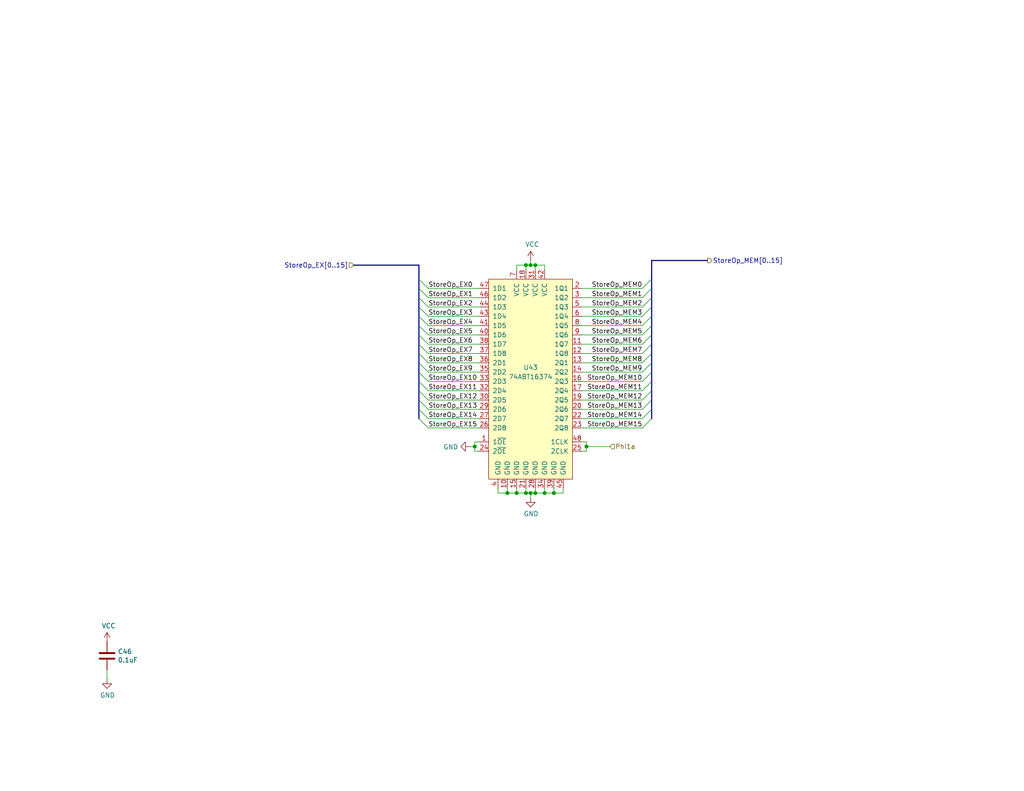
<source format=kicad_sch>
(kicad_sch (version 20230121) (generator eeschema)
  (paper "USLetter")
  (title_block (title "EX/MEM: Store Operand Register") (date "2023-11-20") (rev "A"))
  (lib_symbols
    (symbol "74xx (kicad5):74ABT16374" (pin_names (offset 1.016))
      (property "Reference" "U" (at 0 1.27 0))
      (property "Value" "74ABT16374" (at 0 -1.27 0))
      (symbol "74ABT16374_0_0"
        (pin input line (at -13.97 -20.32 0) (length 2.54) (name "1~{OE}") (number "1"))
        (pin power_in line (at -6.35 -33.02 90) (length 2.54) (name "GND") (number "10"))
        (pin tri_state line (at 13.97 6.35 180) (length 2.54) (name "1Q7") (number "11"))
        (pin tri_state line (at 13.97 3.81 180) (length 2.54) (name "1Q8") (number "12"))
        (pin tri_state line (at 13.97 1.27 180) (length 2.54) (name "2Q1") (number "13"))
        (pin tri_state line (at 13.97 -1.27 180) (length 2.54) (name "2Q2") (number "14"))
        (pin power_in line (at -3.81 -33.02 90) (length 2.54) (name "GND") (number "15"))
        (pin tri_state line (at 13.97 -3.81 180) (length 2.54) (name "2Q3") (number "16"))
        (pin tri_state line (at 13.97 -6.35 180) (length 2.54) (name "2Q4") (number "17"))
        (pin power_in line (at -1.27 26.67 270) (length 2.54) (name "VCC") (number "18"))
        (pin tri_state line (at 13.97 -8.89 180) (length 2.54) (name "2Q5") (number "19"))
        (pin tri_state line (at 13.97 21.59 180) (length 2.54) (name "1Q1") (number "2"))
        (pin tri_state line (at 13.97 -11.43 180) (length 2.54) (name "2Q6") (number "20"))
        (pin power_in line (at -1.27 -33.02 90) (length 2.54) (name "GND") (number "21"))
        (pin tri_state line (at 13.97 -13.97 180) (length 2.54) (name "2Q7") (number "22"))
        (pin tri_state line (at 13.97 -16.51 180) (length 2.54) (name "2Q8") (number "23"))
        (pin input line (at -13.97 -22.86 0) (length 2.54) (name "2~{OE}") (number "24"))
        (pin input line (at 13.97 -22.86 180) (length 2.54) (name "2CLK") (number "25"))
        (pin input line (at -13.97 -16.51 0) (length 2.54) (name "2D8") (number "26"))
        (pin input line (at -13.97 -13.97 0) (length 2.54) (name "2D7") (number "27"))
        (pin power_in line (at 1.27 -33.02 90) (length 2.54) (name "GND") (number "28"))
        (pin input line (at -13.97 -11.43 0) (length 2.54) (name "2D6") (number "29"))
        (pin tri_state line (at 13.97 19.05 180) (length 2.54) (name "1Q2") (number "3"))
        (pin input line (at -13.97 -8.89 0) (length 2.54) (name "2D5") (number "30"))
        (pin power_in line (at 1.27 26.67 270) (length 2.54) (name "VCC") (number "31"))
        (pin input line (at -13.97 -6.35 0) (length 2.54) (name "2D4") (number "32"))
        (pin input line (at -13.97 -3.81 0) (length 2.54) (name "2D3") (number "33"))
        (pin power_in line (at 3.81 -33.02 90) (length 2.54) (name "GND") (number "34"))
        (pin input line (at -13.97 -1.27 0) (length 2.54) (name "2D2") (number "35"))
        (pin input line (at -13.97 1.27 0) (length 2.54) (name "2D1") (number "36"))
        (pin input line (at -13.97 3.81 0) (length 2.54) (name "1D8") (number "37"))
        (pin input line (at -13.97 6.35 0) (length 2.54) (name "1D7") (number "38"))
        (pin power_in line (at 6.35 -33.02 90) (length 2.54) (name "GND") (number "39"))
        (pin power_in line (at -8.89 -33.02 90) (length 2.54) (name "GND") (number "4"))
        (pin input line (at -13.97 8.89 0) (length 2.54) (name "1D6") (number "40"))
        (pin input line (at -13.97 11.43 0) (length 2.54) (name "1D5") (number "41"))
        (pin power_in line (at 3.81 26.67 270) (length 2.54) (name "VCC") (number "42"))
        (pin input line (at -13.97 13.97 0) (length 2.54) (name "1D4") (number "43"))
        (pin input line (at -13.97 16.51 0) (length 2.54) (name "1D3") (number "44"))
        (pin power_in line (at 8.89 -33.02 90) (length 2.54) (name "GND") (number "45"))
        (pin input line (at -13.97 19.05 0) (length 2.54) (name "1D2") (number "46"))
        (pin input line (at -13.97 21.59 0) (length 2.54) (name "1D1") (number "47"))
        (pin input line (at 13.97 -20.32 180) (length 2.54) (name "1CLK") (number "48"))
        (pin tri_state line (at 13.97 16.51 180) (length 2.54) (name "1Q3") (number "5"))
        (pin tri_state line (at 13.97 13.97 180) (length 2.54) (name "1Q4") (number "6"))
        (pin power_in line (at -3.81 26.67 270) (length 2.54) (name "VCC") (number "7"))
        (pin tri_state line (at 13.97 11.43 180) (length 2.54) (name "1Q5") (number "8"))
        (pin tri_state line (at 13.97 8.89 180) (length 2.54) (name "1Q6") (number "9"))
      )
      (symbol "74ABT16374_0_1"
        (rectangle (start -11.43 24.13) (end 11.43 -30.48) (fill (type background)))
      )
    )
    (symbol "Device:C" (pin_numbers hide) (pin_names (offset 0.254))
      (property "Reference" "C" (at 0.635 2.54 0))
      (property "Value" "C" (at 0.635 -2.54 0))
      (symbol "C_0_1"
        (polyline (pts (xy -2.032 -0.762) (xy 2.032 -0.762)) (stroke (width 0.508)))
        (polyline (pts (xy -2.032 0.762) (xy 2.032 0.762)) (stroke (width 0.508)))
      )
      (symbol "C_1_1"
        (pin passive line (at 0 3.81 270) (length 2.794) (name "~") (number "1"))
        (pin passive line (at 0 -3.81 90) (length 2.794) (name "~") (number "2"))
      )
    )
    (symbol "power:GND" (power) (pin_names (offset 0))
      (property "Value" "GND" (at 0 -3.81 0))
      (symbol "GND_0_1"
        (polyline (pts (xy 0 0) (xy 0 -1.27) (xy 1.27 -1.27) (xy 0 -2.54) (xy -1.27 -1.27) (xy 0 -1.27)))
      )
      (symbol "GND_1_1"
        (pin power_in line (at 0 0 270) (length 0) hide (name "GND") (number "1"))
      )
    )
    (symbol "power:VCC" (power) (pin_names (offset 0))
      (property "Value" "VCC" (at 0 3.81 0))
      (symbol "VCC_0_1"
        (polyline (pts (xy -0.762 1.27) (xy 0 2.54)))
        (polyline (pts (xy 0 0) (xy 0 2.54)))
        (polyline (pts (xy 0 2.54) (xy 0.762 1.27)))
      )
      (symbol "VCC_1_1"
        (pin power_in line (at 0 0 90) (length 0) hide (name "VCC") (number "1"))
      )
    )
  )
  (junction (at 144.78 72.39))
  (junction (at 143.51 134.62))
  (junction (at 144.78 134.62))
  (junction (at 138.43 134.62))
  (junction (at 160.02 121.92))
  (junction (at 143.51 72.39))
  (junction (at 146.05 72.39))
  (junction (at 151.13 134.62))
  (junction (at 129.54 121.92))
  (junction (at 140.97 134.62))
  (junction (at 148.59 134.62))
  (junction (at 146.05 134.62))
  (bus_entry (at 114.3 78.74) (size 2.54 2.54))
  (bus_entry (at 114.3 76.2) (size 2.54 2.54))
  (bus_entry (at 114.3 91.44) (size 2.54 2.54))
  (bus_entry (at 114.3 114.3) (size 2.54 2.54))
  (bus_entry (at 177.8 106.68) (size -2.54 2.54))
  (bus_entry (at 114.3 111.76) (size 2.54 2.54))
  (bus_entry (at 114.3 109.22) (size 2.54 2.54))
  (bus_entry (at 114.3 88.9) (size 2.54 2.54))
  (bus_entry (at 114.3 96.52) (size 2.54 2.54))
  (bus_entry (at 177.8 88.9) (size -2.54 2.54))
  (bus_entry (at 114.3 101.6) (size 2.54 2.54))
  (bus_entry (at 177.8 86.36) (size -2.54 2.54))
  (bus_entry (at 177.8 96.52) (size -2.54 2.54))
  (bus_entry (at 114.3 99.06) (size 2.54 2.54))
  (bus_entry (at 114.3 83.82) (size 2.54 2.54))
  (bus_entry (at 177.8 76.2) (size -2.54 2.54))
  (bus_entry (at 114.3 104.14) (size 2.54 2.54))
  (bus_entry (at 177.8 83.82) (size -2.54 2.54))
  (bus_entry (at 177.8 109.22) (size -2.54 2.54))
  (bus_entry (at 177.8 114.3) (size -2.54 2.54))
  (bus_entry (at 177.8 99.06) (size -2.54 2.54))
  (bus_entry (at 114.3 81.28) (size 2.54 2.54))
  (bus_entry (at 114.3 93.98) (size 2.54 2.54))
  (bus_entry (at 177.8 101.6) (size -2.54 2.54))
  (bus_entry (at 177.8 104.14) (size -2.54 2.54))
  (bus_entry (at 177.8 91.44) (size -2.54 2.54))
  (bus_entry (at 114.3 86.36) (size 2.54 2.54))
  (bus_entry (at 177.8 111.76) (size -2.54 2.54))
  (bus_entry (at 177.8 93.98) (size -2.54 2.54))
  (bus_entry (at 177.8 81.28) (size -2.54 2.54))
  (bus_entry (at 177.8 78.74) (size -2.54 2.54))
  (bus_entry (at 114.3 106.68) (size 2.54 2.54))
  (wire (pts (xy 116.84 111.76) (xy 130.81 111.76)))
  (wire (pts (xy 138.43 134.62) (xy 140.97 134.62)))
  (wire (pts (xy 175.26 114.3) (xy 158.75 114.3)))
  (wire (pts (xy 116.84 81.28) (xy 130.81 81.28)))
  (wire (pts (xy 140.97 72.39) (xy 143.51 72.39)))
  (bus (pts (xy 177.8 78.74) (xy 177.8 81.28)))
  (wire (pts (xy 175.26 109.22) (xy 158.75 109.22)))
  (bus (pts (xy 177.8 101.6) (xy 177.8 104.14)))
  (wire (pts (xy 143.51 133.35) (xy 143.51 134.62)))
  (bus (pts (xy 177.8 96.52) (xy 177.8 99.06)))
  (wire (pts (xy 146.05 133.35) (xy 146.05 134.62)))
  (wire (pts (xy 143.51 73.66) (xy 143.51 72.39)))
  (bus (pts (xy 177.8 91.44) (xy 177.8 93.98)))
  (bus (pts (xy 114.3 81.28) (xy 114.3 83.82)))
  (wire (pts (xy 143.51 72.39) (xy 144.78 72.39)))
  (wire (pts (xy 116.84 93.98) (xy 130.81 93.98)))
  (wire (pts (xy 175.26 96.52) (xy 158.75 96.52)))
  (bus (pts (xy 114.3 86.36) (xy 114.3 88.9)))
  (wire (pts (xy 116.84 104.14) (xy 130.81 104.14)))
  (wire (pts (xy 140.97 134.62) (xy 143.51 134.62)))
  (wire (pts (xy 144.78 72.39) (xy 146.05 72.39)))
  (bus (pts (xy 177.8 71.12) (xy 177.8 76.2)))
  (wire (pts (xy 146.05 134.62) (xy 148.59 134.62)))
  (wire (pts (xy 135.89 133.35) (xy 135.89 134.62)))
  (bus (pts (xy 114.3 104.14) (xy 114.3 106.68)))
  (wire (pts (xy 116.84 86.36) (xy 130.81 86.36)))
  (wire (pts (xy 143.51 134.62) (xy 144.78 134.62)))
  (wire (pts (xy 144.78 71.12) (xy 144.78 72.39)))
  (bus (pts (xy 114.3 83.82) (xy 114.3 86.36)))
  (wire (pts (xy 160.02 121.92) (xy 166.37 121.92)))
  (wire (pts (xy 116.84 106.68) (xy 130.81 106.68)))
  (wire (pts (xy 160.02 120.65) (xy 160.02 121.92)))
  (wire (pts (xy 160.02 121.92) (xy 160.02 123.19)))
  (wire (pts (xy 135.89 134.62) (xy 138.43 134.62)))
  (wire (pts (xy 175.26 91.44) (xy 158.75 91.44)))
  (bus (pts (xy 114.3 88.9) (xy 114.3 91.44)))
  (wire (pts (xy 175.26 116.84) (xy 158.75 116.84)))
  (bus (pts (xy 177.8 111.76) (xy 177.8 114.3)))
  (wire (pts (xy 138.43 133.35) (xy 138.43 134.62)))
  (bus (pts (xy 177.8 99.06) (xy 177.8 101.6)))
  (wire (pts (xy 116.84 109.22) (xy 130.81 109.22)))
  (bus (pts (xy 177.8 76.2) (xy 177.8 78.74)))
  (wire (pts (xy 153.67 134.62) (xy 153.67 133.35)))
  (wire (pts (xy 129.54 121.92) (xy 129.54 123.19)))
  (wire (pts (xy 116.84 96.52) (xy 130.81 96.52)))
  (wire (pts (xy 146.05 72.39) (xy 148.59 72.39)))
  (wire (pts (xy 140.97 73.66) (xy 140.97 72.39)))
  (wire (pts (xy 151.13 134.62) (xy 153.67 134.62)))
  (wire (pts (xy 175.26 106.68) (xy 158.75 106.68)))
  (wire (pts (xy 151.13 133.35) (xy 151.13 134.62)))
  (wire (pts (xy 144.78 134.62) (xy 144.78 135.89)))
  (bus (pts (xy 114.3 72.39) (xy 114.3 76.2)))
  (bus (pts (xy 114.3 109.22) (xy 114.3 111.76)))
  (wire (pts (xy 116.84 83.82) (xy 130.81 83.82)))
  (wire (pts (xy 129.54 121.92) (xy 128.27 121.92)))
  (bus (pts (xy 177.8 106.68) (xy 177.8 109.22)))
  (bus (pts (xy 114.3 111.76) (xy 114.3 114.3)))
  (wire (pts (xy 148.59 72.39) (xy 148.59 73.66)))
  (bus (pts (xy 114.3 78.74) (xy 114.3 81.28)))
  (wire (pts (xy 175.26 78.74) (xy 158.75 78.74)))
  (wire (pts (xy 175.26 101.6) (xy 158.75 101.6)))
  (wire (pts (xy 175.26 111.76) (xy 158.75 111.76)))
  (bus (pts (xy 177.8 83.82) (xy 177.8 86.36)))
  (wire (pts (xy 116.84 91.44) (xy 130.81 91.44)))
  (bus (pts (xy 114.3 106.68) (xy 114.3 109.22)))
  (wire (pts (xy 160.02 123.19) (xy 158.75 123.19)))
  (bus (pts (xy 114.3 91.44) (xy 114.3 93.98)))
  (wire (pts (xy 140.97 133.35) (xy 140.97 134.62)))
  (bus (pts (xy 177.8 88.9) (xy 177.8 91.44)))
  (wire (pts (xy 129.54 120.65) (xy 129.54 121.92)))
  (wire (pts (xy 116.84 101.6) (xy 130.81 101.6)))
  (wire (pts (xy 175.26 104.14) (xy 158.75 104.14)))
  (wire (pts (xy 130.81 120.65) (xy 129.54 120.65)))
  (wire (pts (xy 148.59 134.62) (xy 151.13 134.62)))
  (bus (pts (xy 177.8 93.98) (xy 177.8 96.52)))
  (wire (pts (xy 29.21 185.42) (xy 29.21 182.88)))
  (bus (pts (xy 177.8 86.36) (xy 177.8 88.9)))
  (bus (pts (xy 114.3 76.2) (xy 114.3 78.74)))
  (bus (pts (xy 96.52 72.39) (xy 114.3 72.39)))
  (wire (pts (xy 175.26 81.28) (xy 158.75 81.28)))
  (bus (pts (xy 177.8 81.28) (xy 177.8 83.82)))
  (wire (pts (xy 146.05 73.66) (xy 146.05 72.39)))
  (wire (pts (xy 129.54 123.19) (xy 130.81 123.19)))
  (bus (pts (xy 193.04 71.12) (xy 177.8 71.12)))
  (bus (pts (xy 114.3 99.06) (xy 114.3 101.6)))
  (bus (pts (xy 114.3 93.98) (xy 114.3 96.52)))
  (bus (pts (xy 114.3 96.52) (xy 114.3 99.06)))
  (wire (pts (xy 116.84 88.9) (xy 130.81 88.9)))
  (bus (pts (xy 177.8 109.22) (xy 177.8 111.76)))
  (wire (pts (xy 144.78 134.62) (xy 146.05 134.62)))
  (wire (pts (xy 116.84 116.84) (xy 130.81 116.84)))
  (wire (pts (xy 175.26 88.9) (xy 158.75 88.9)))
  (wire (pts (xy 148.59 133.35) (xy 148.59 134.62)))
  (wire (pts (xy 175.26 86.36) (xy 158.75 86.36)))
  (bus (pts (xy 114.3 101.6) (xy 114.3 104.14)))
  (wire (pts (xy 175.26 83.82) (xy 158.75 83.82)))
  (wire (pts (xy 116.84 99.06) (xy 130.81 99.06)))
  (wire (pts (xy 116.84 78.74) (xy 130.81 78.74)))
  (wire (pts (xy 158.75 120.65) (xy 160.02 120.65)))
  (wire (pts (xy 116.84 114.3) (xy 130.81 114.3)))
  (wire (pts (xy 175.26 99.06) (xy 158.75 99.06)))
  (bus (pts (xy 177.8 104.14) (xy 177.8 106.68)))
  (wire (pts (xy 175.26 93.98) (xy 158.75 93.98)))
  (label "StoreOp_EX12" (at 116.84 109.22 0))
  (label "StoreOp_EX13" (at 116.84 111.76 0))
  (label "StoreOp_EX0" (at 116.84 78.74 0))
  (label "StoreOp_MEM2" (at 175.26 83.82 180))
  (label "StoreOp_EX2" (at 116.84 83.82 0))
  (label "StoreOp_EX8" (at 116.84 99.06 0))
  (label "StoreOp_MEM10" (at 175.26 104.14 180))
  (label "StoreOp_MEM15" (at 175.26 116.84 180))
  (label "StoreOp_EX10" (at 116.84 104.14 0))
  (label "StoreOp_MEM12" (at 175.26 109.22 180))
  (label "StoreOp_MEM4" (at 175.26 88.9 180))
  (label "StoreOp_EX6" (at 116.84 93.98 0))
  (label "StoreOp_MEM1" (at 175.26 81.28 180))
  (label "StoreOp_MEM9" (at 175.26 101.6 180))
  (label "StoreOp_MEM7" (at 175.26 96.52 180))
  (label "StoreOp_EX11" (at 116.84 106.68 0))
  (label "StoreOp_EX3" (at 116.84 86.36 0))
  (label "StoreOp_EX1" (at 116.84 81.28 0))
  (label "StoreOp_EX7" (at 116.84 96.52 0))
  (label "StoreOp_MEM3" (at 175.26 86.36 180))
  (label "StoreOp_EX9" (at 116.84 101.6 0))
  (label "StoreOp_MEM14" (at 175.26 114.3 180))
  (label "StoreOp_MEM8" (at 175.26 99.06 180))
  (label "StoreOp_MEM13" (at 175.26 111.76 180))
  (label "StoreOp_EX15" (at 116.84 116.84 0))
  (label "StoreOp_EX5" (at 116.84 91.44 0))
  (label "StoreOp_MEM11" (at 175.26 106.68 180))
  (label "StoreOp_EX14" (at 116.84 114.3 0))
  (label "StoreOp_MEM5" (at 175.26 91.44 180))
  (label "StoreOp_MEM6" (at 175.26 93.98 180))
  (label "StoreOp_MEM0" (at 175.26 78.74 180))
  (label "StoreOp_EX4" (at 116.84 88.9 0))
  (hierarchical_label "StoreOp_MEM[0..15]" (shape output) (at 193.04 71.12 0))
  (hierarchical_label "Phi1a" (shape input) (at 166.37 121.92 0))
  (hierarchical_label "StoreOp_EX[0..15]" (shape input) (at 96.52 72.39 180))
  (symbol (lib_id "Device:C") (at 29.21 179.07 0) (unit 1)
    (property "Reference" "C46" (at 32.131 177.9016 0) (effects (justify left)))
    (property "Value" "0.1uF" (at 32.131 180.213 0) (effects (justify left)))
    (property "Footprint" "Capacitor_SMD:C_0603_1608Metric_Pad1.08x0.95mm_HandSolder" (effects hide))
    (property "Mouser" "https://www.mouser.com/ProductDetail/963-EMK107B7104KAHT" (effects hide))
  )
  (symbol (lib_id "power:VCC") (at 29.21 175.26 0) (unit 1)
    (property "Reference" "#PWR0303" (effects hide))
    (property "Value" "VCC" (at 29.6418 170.8658 0))
  )
  (symbol (lib_id "power:GND") (at 29.21 185.42 0) (unit 1)
    (property "Reference" "#PWR0304" (effects hide))
    (property "Value" "GND" (at 29.337 189.8142 0))
  )
  (symbol (lib_id "power:GND") (at 128.27 121.92 270) (unit 1)
    (property "Reference" "#PWR0305" (effects hide))
    (property "Value" "GND" (at 125.0188 122.047 90) (effects (justify right)))
  )
  (symbol (lib_id "power:VCC") (at 144.78 71.12 0) (unit 1)
    (property "Reference" "#PWR0306" (effects hide))
    (property "Value" "VCC" (at 145.2118 66.7258 0))
  )
  (symbol (lib_id "power:GND") (at 144.78 135.89 0) (unit 1)
    (property "Reference" "#PWR0307" (effects hide))
    (property "Value" "GND" (at 144.907 140.2842 0))
  )
  (symbol (lib_id "74xx (kicad5):74ABT16374") (at 144.78 100.33 0) (unit 1)
    (property "Reference" "U43" (at 144.78 100.33 0))
    (property "Value" "74ABT16374" (at 144.78 102.87 0))
    (property "Footprint" "Package_SO:TSSOP-48_6.1x12.5mm_P0.5mm" (effects hide))
    (property "Datasheet" "https://www.ti.com/lit/ds/symlink/sn74abt16374a.pdf?HQS=dis-mous-null-mousermode-dsf-pf-null-wwe&ts=1617318801237" (effects hide))
    (property "Mouser" "https://www.mouser.com/ProductDetail/Texas-Instruments/SN74ABT16374ADGGR?qs=%2Fha2pyFadui8Wf%2F61v2joCyY9bOa3peBR5btn0VUHs8%3D" (effects hide))
  )
)
</source>
